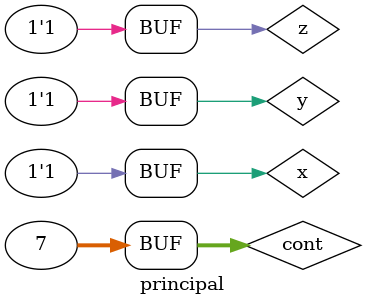
<source format=v>
/*
 * Nome: Diego Da Silva Ferreira
 * Matricula: 71 06 78
 *
 * Montar o mapa de Veitch-Karnaugh e simplificar as funções lógicas abaixo
 * e verificar pelas respectivas tabelas-verdades implementadas em Verilog:
 * 
 * 
 * Notas: todas as questão da primeira questôes(a,b,c,...) estão contidas 
 *        neste programa incluido seus respectivos mapas de Veitch-Karnaugh. 
 * */

//a) f(x,y,z) = ∑ m ( 1, 3, 7 )
module letra_a (output resp, input x , input y , input z);

	assign resp = (~x & z) | (y & z);

/*
mapa de karnaugh

------------------------------------
    yz |      |      |      |      |
 x     |  00  |  01  |  11  |  10  |
------------------------------------
   0   |      |  1   |  1   |      |
------------------------------------
   1   |      |      |  1   |      |
------------------------------------


*/

endmodule//end letra_a

//b) f(x,y,z) = ∑ m ( 0, 2, 6 )
module letra_b (output resp, input x , input y , input z);

	assign resp = (~x & ~z) | (y & ~z);

/*
mapa de karnaugh

------------------------------------
    yz |      |      |      |      |
 x     |  00  |  01  |  11  |  10  |
------------------------------------
   0   |  1   |      |      |  1   |
------------------------------------
   1   |      |      |      |  1   |
------------------------------------


*/

endmodule//end letra_b

//c) f(x,y,z) = ∑ m ( 1, 2, 3, 6 )
module letra_c (output resp, input x , input y , input z);

	assign resp = (~x & z) | (y & ~z);

/*
mapa de karnaugh

------------------------------------
    yz |      |      |      |      |
 x     |  00  |  01  |  11  |  10  |
------------------------------------
   0   |      |  1   |  1   |  1   |
------------------------------------
   1   |      |      |      |  1   |
------------------------------------


*/

endmodule//end letra_c

//d) f(x,y,z) = ∑ m ( 1, 2, 6, 7 )
module letra_d (output resp, input x , input y , input z);

	assign resp = (y & ~z) | (x & y) | (~x & ~y & z);

/*
mapa de karnaugh

------------------------------------
    yz |      |      |      |      |
 x     |  00  |  01  |  11  |  10  |
------------------------------------
   0   |      |  1   |      |  1   |
------------------------------------
   1   |      |      |  1   |  1   |
------------------------------------


*/

endmodule//end letra_d

//e) f(x,y,z) = ∑ m ( 0, 2, 3, 7 )
module letra_e (output resp, input x , input y , input z);

	assign resp = (~x & ~z) | (y & z) ;

/*
mapa de karnaugh

------------------------------------
    yz |      |      |      |      |
 x     |  00  |  01  |  11  |  10  |
------------------------------------
   0   |  1   |      |  1   |  1   |
------------------------------------
   1   |      |      |  1   |      |
------------------------------------


*/

endmodule//end letra_d




module principal;

	integer cont;
	reg x , y , z;
	wire a, b, c, d, e;
	letra_a novo1 (a , x, y , z);
	letra_b novo2 (b , x, y , z);
	letra_c novo3 (c , x, y , z);
	letra_d novo4 (d , x, y , z);
	letra_e novo5 (e , x, y , z);

	initial 
	begin : main

		cont = 0; x = 1'b0; y = 1'b0; z = 1'b0;


		$display (" * | x | y | z | A | B | C | D | E |");
		$monitor (" %1d | %1b | %1b | %1b | %1b | %1b | %1b | %1b | %1b |" 
		, cont, x, y, z, a, b, c, d, e);



		#1 cont = 1; x = 1'b0; y = 1'b0; z = 1'b1;
		#1 cont = 2; x = 1'b0; y = 1'b1; z = 1'b0;
		#1 cont = 3; x = 1'b0; y = 1'b1; z = 1'b1;


		#1 cont = 4; x = 1'b1; y = 1'b0; z = 1'b0;
		#1 cont = 5; x = 1'b1; y = 1'b0; z = 1'b1;
		#1 cont = 6; x = 1'b1; y = 1'b1; z = 1'b0;
		#1 cont = 7; x = 1'b1; y = 1'b1; z = 1'b1;

	end//end main
endmodule//end principal
/*
teste:

 * | x | y | z | A | B | C | D | E |
 0 | 0 | 0 | 0 | 0 | 1 | 0 | 0 | 1 |
 1 | 0 | 0 | 1 | 1 | 0 | 1 | 1 | 0 |
 2 | 0 | 1 | 0 | 0 | 1 | 1 | 1 | 1 |
 3 | 0 | 1 | 1 | 1 | 0 | 1 | 0 | 1 |
 4 | 1 | 0 | 0 | 0 | 0 | 0 | 0 | 0 |
 5 | 1 | 0 | 1 | 0 | 0 | 0 | 0 | 0 |
 6 | 1 | 1 | 0 | 0 | 1 | 1 | 1 | 0 |
 7 | 1 | 1 | 1 | 1 | 0 | 0 | 1 | 1 |

*/












</source>
